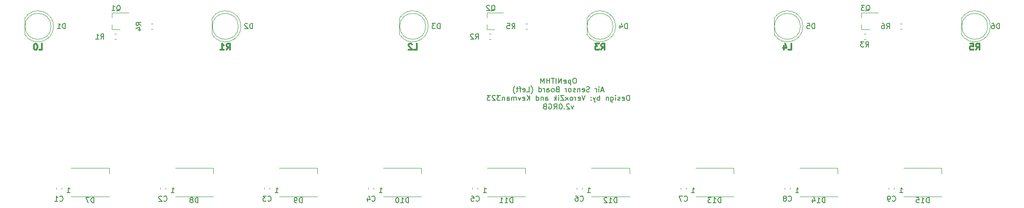
<source format=gbr>
G04 #@! TF.GenerationSoftware,KiCad,Pcbnew,(5.1.7)-1*
G04 #@! TF.CreationDate,2021-03-22T01:50:01-04:00*
G04 #@! TF.ProjectId,Circuit-AirSensor-Left,43697263-7569-4742-9d41-697253656e73,rev?*
G04 #@! TF.SameCoordinates,Original*
G04 #@! TF.FileFunction,Legend,Bot*
G04 #@! TF.FilePolarity,Positive*
%FSLAX46Y46*%
G04 Gerber Fmt 4.6, Leading zero omitted, Abs format (unit mm)*
G04 Created by KiCad (PCBNEW (5.1.7)-1) date 2021-03-22 01:50:01*
%MOMM*%
%LPD*%
G01*
G04 APERTURE LIST*
%ADD10C,0.300000*%
%ADD11C,0.150000*%
%ADD12C,0.120000*%
G04 APERTURE END LIST*
D10*
X70200000Y-109542857D02*
X70771428Y-109542857D01*
X70771428Y-108342857D01*
X69571428Y-108342857D02*
X69457142Y-108342857D01*
X69342857Y-108400000D01*
X69285714Y-108457142D01*
X69228571Y-108571428D01*
X69171428Y-108800000D01*
X69171428Y-109085714D01*
X69228571Y-109314285D01*
X69285714Y-109428571D01*
X69342857Y-109485714D01*
X69457142Y-109542857D01*
X69571428Y-109542857D01*
X69685714Y-109485714D01*
X69742857Y-109428571D01*
X69800000Y-109314285D01*
X69857142Y-109085714D01*
X69857142Y-108800000D01*
X69800000Y-108571428D01*
X69742857Y-108457142D01*
X69685714Y-108400000D01*
X69571428Y-108342857D01*
D11*
X173214285Y-114977380D02*
X173023809Y-114977380D01*
X172928571Y-115025000D01*
X172833333Y-115120238D01*
X172785714Y-115310714D01*
X172785714Y-115644047D01*
X172833333Y-115834523D01*
X172928571Y-115929761D01*
X173023809Y-115977380D01*
X173214285Y-115977380D01*
X173309523Y-115929761D01*
X173404761Y-115834523D01*
X173452380Y-115644047D01*
X173452380Y-115310714D01*
X173404761Y-115120238D01*
X173309523Y-115025000D01*
X173214285Y-114977380D01*
X172357142Y-115310714D02*
X172357142Y-116310714D01*
X172357142Y-115358333D02*
X172261904Y-115310714D01*
X172071428Y-115310714D01*
X171976190Y-115358333D01*
X171928571Y-115405952D01*
X171880952Y-115501190D01*
X171880952Y-115786904D01*
X171928571Y-115882142D01*
X171976190Y-115929761D01*
X172071428Y-115977380D01*
X172261904Y-115977380D01*
X172357142Y-115929761D01*
X171071428Y-115929761D02*
X171166666Y-115977380D01*
X171357142Y-115977380D01*
X171452380Y-115929761D01*
X171500000Y-115834523D01*
X171500000Y-115453571D01*
X171452380Y-115358333D01*
X171357142Y-115310714D01*
X171166666Y-115310714D01*
X171071428Y-115358333D01*
X171023809Y-115453571D01*
X171023809Y-115548809D01*
X171500000Y-115644047D01*
X170595238Y-115977380D02*
X170595238Y-114977380D01*
X170023809Y-115977380D01*
X170023809Y-114977380D01*
X169547619Y-115977380D02*
X169547619Y-114977380D01*
X169214285Y-114977380D02*
X168642857Y-114977380D01*
X168928571Y-115977380D02*
X168928571Y-114977380D01*
X168309523Y-115977380D02*
X168309523Y-114977380D01*
X168309523Y-115453571D02*
X167738095Y-115453571D01*
X167738095Y-115977380D02*
X167738095Y-114977380D01*
X167261904Y-115977380D02*
X167261904Y-114977380D01*
X166928571Y-115691666D01*
X166595238Y-114977380D01*
X166595238Y-115977380D01*
X178690476Y-117341666D02*
X178214285Y-117341666D01*
X178785714Y-117627380D02*
X178452380Y-116627380D01*
X178119047Y-117627380D01*
X177785714Y-117627380D02*
X177785714Y-116960714D01*
X177785714Y-116627380D02*
X177833333Y-116675000D01*
X177785714Y-116722619D01*
X177738095Y-116675000D01*
X177785714Y-116627380D01*
X177785714Y-116722619D01*
X177309523Y-117627380D02*
X177309523Y-116960714D01*
X177309523Y-117151190D02*
X177261904Y-117055952D01*
X177214285Y-117008333D01*
X177119047Y-116960714D01*
X177023809Y-116960714D01*
X175976190Y-117579761D02*
X175833333Y-117627380D01*
X175595238Y-117627380D01*
X175500000Y-117579761D01*
X175452380Y-117532142D01*
X175404761Y-117436904D01*
X175404761Y-117341666D01*
X175452380Y-117246428D01*
X175500000Y-117198809D01*
X175595238Y-117151190D01*
X175785714Y-117103571D01*
X175880952Y-117055952D01*
X175928571Y-117008333D01*
X175976190Y-116913095D01*
X175976190Y-116817857D01*
X175928571Y-116722619D01*
X175880952Y-116675000D01*
X175785714Y-116627380D01*
X175547619Y-116627380D01*
X175404761Y-116675000D01*
X174595238Y-117579761D02*
X174690476Y-117627380D01*
X174880952Y-117627380D01*
X174976190Y-117579761D01*
X175023809Y-117484523D01*
X175023809Y-117103571D01*
X174976190Y-117008333D01*
X174880952Y-116960714D01*
X174690476Y-116960714D01*
X174595238Y-117008333D01*
X174547619Y-117103571D01*
X174547619Y-117198809D01*
X175023809Y-117294047D01*
X174119047Y-116960714D02*
X174119047Y-117627380D01*
X174119047Y-117055952D02*
X174071428Y-117008333D01*
X173976190Y-116960714D01*
X173833333Y-116960714D01*
X173738095Y-117008333D01*
X173690476Y-117103571D01*
X173690476Y-117627380D01*
X173261904Y-117579761D02*
X173166666Y-117627380D01*
X172976190Y-117627380D01*
X172880952Y-117579761D01*
X172833333Y-117484523D01*
X172833333Y-117436904D01*
X172880952Y-117341666D01*
X172976190Y-117294047D01*
X173119047Y-117294047D01*
X173214285Y-117246428D01*
X173261904Y-117151190D01*
X173261904Y-117103571D01*
X173214285Y-117008333D01*
X173119047Y-116960714D01*
X172976190Y-116960714D01*
X172880952Y-117008333D01*
X172261904Y-117627380D02*
X172357142Y-117579761D01*
X172404761Y-117532142D01*
X172452380Y-117436904D01*
X172452380Y-117151190D01*
X172404761Y-117055952D01*
X172357142Y-117008333D01*
X172261904Y-116960714D01*
X172119047Y-116960714D01*
X172023809Y-117008333D01*
X171976190Y-117055952D01*
X171928571Y-117151190D01*
X171928571Y-117436904D01*
X171976190Y-117532142D01*
X172023809Y-117579761D01*
X172119047Y-117627380D01*
X172261904Y-117627380D01*
X171500000Y-117627380D02*
X171500000Y-116960714D01*
X171500000Y-117151190D02*
X171452380Y-117055952D01*
X171404761Y-117008333D01*
X171309523Y-116960714D01*
X171214285Y-116960714D01*
X169785714Y-117103571D02*
X169642857Y-117151190D01*
X169595238Y-117198809D01*
X169547619Y-117294047D01*
X169547619Y-117436904D01*
X169595238Y-117532142D01*
X169642857Y-117579761D01*
X169738095Y-117627380D01*
X170119047Y-117627380D01*
X170119047Y-116627380D01*
X169785714Y-116627380D01*
X169690476Y-116675000D01*
X169642857Y-116722619D01*
X169595238Y-116817857D01*
X169595238Y-116913095D01*
X169642857Y-117008333D01*
X169690476Y-117055952D01*
X169785714Y-117103571D01*
X170119047Y-117103571D01*
X168976190Y-117627380D02*
X169071428Y-117579761D01*
X169119047Y-117532142D01*
X169166666Y-117436904D01*
X169166666Y-117151190D01*
X169119047Y-117055952D01*
X169071428Y-117008333D01*
X168976190Y-116960714D01*
X168833333Y-116960714D01*
X168738095Y-117008333D01*
X168690476Y-117055952D01*
X168642857Y-117151190D01*
X168642857Y-117436904D01*
X168690476Y-117532142D01*
X168738095Y-117579761D01*
X168833333Y-117627380D01*
X168976190Y-117627380D01*
X167785714Y-117627380D02*
X167785714Y-117103571D01*
X167833333Y-117008333D01*
X167928571Y-116960714D01*
X168119047Y-116960714D01*
X168214285Y-117008333D01*
X167785714Y-117579761D02*
X167880952Y-117627380D01*
X168119047Y-117627380D01*
X168214285Y-117579761D01*
X168261904Y-117484523D01*
X168261904Y-117389285D01*
X168214285Y-117294047D01*
X168119047Y-117246428D01*
X167880952Y-117246428D01*
X167785714Y-117198809D01*
X167309523Y-117627380D02*
X167309523Y-116960714D01*
X167309523Y-117151190D02*
X167261904Y-117055952D01*
X167214285Y-117008333D01*
X167119047Y-116960714D01*
X167023809Y-116960714D01*
X166261904Y-117627380D02*
X166261904Y-116627380D01*
X166261904Y-117579761D02*
X166357142Y-117627380D01*
X166547619Y-117627380D01*
X166642857Y-117579761D01*
X166690476Y-117532142D01*
X166738095Y-117436904D01*
X166738095Y-117151190D01*
X166690476Y-117055952D01*
X166642857Y-117008333D01*
X166547619Y-116960714D01*
X166357142Y-116960714D01*
X166261904Y-117008333D01*
X164738095Y-118008333D02*
X164785714Y-117960714D01*
X164880952Y-117817857D01*
X164928571Y-117722619D01*
X164976190Y-117579761D01*
X165023809Y-117341666D01*
X165023809Y-117151190D01*
X164976190Y-116913095D01*
X164928571Y-116770238D01*
X164880952Y-116675000D01*
X164785714Y-116532142D01*
X164738095Y-116484523D01*
X163880952Y-117627380D02*
X164357142Y-117627380D01*
X164357142Y-116627380D01*
X163166666Y-117579761D02*
X163261904Y-117627380D01*
X163452380Y-117627380D01*
X163547619Y-117579761D01*
X163595238Y-117484523D01*
X163595238Y-117103571D01*
X163547619Y-117008333D01*
X163452380Y-116960714D01*
X163261904Y-116960714D01*
X163166666Y-117008333D01*
X163119047Y-117103571D01*
X163119047Y-117198809D01*
X163595238Y-117294047D01*
X162833333Y-116960714D02*
X162452380Y-116960714D01*
X162690476Y-117627380D02*
X162690476Y-116770238D01*
X162642857Y-116675000D01*
X162547619Y-116627380D01*
X162452380Y-116627380D01*
X162261904Y-116960714D02*
X161880952Y-116960714D01*
X162119047Y-116627380D02*
X162119047Y-117484523D01*
X162071428Y-117579761D01*
X161976190Y-117627380D01*
X161880952Y-117627380D01*
X161642857Y-118008333D02*
X161595238Y-117960714D01*
X161500000Y-117817857D01*
X161452380Y-117722619D01*
X161404761Y-117579761D01*
X161357142Y-117341666D01*
X161357142Y-117151190D01*
X161404761Y-116913095D01*
X161452380Y-116770238D01*
X161500000Y-116675000D01*
X161595238Y-116532142D01*
X161642857Y-116484523D01*
X183642857Y-119277380D02*
X183642857Y-118277380D01*
X183404761Y-118277380D01*
X183261904Y-118325000D01*
X183166666Y-118420238D01*
X183119047Y-118515476D01*
X183071428Y-118705952D01*
X183071428Y-118848809D01*
X183119047Y-119039285D01*
X183166666Y-119134523D01*
X183261904Y-119229761D01*
X183404761Y-119277380D01*
X183642857Y-119277380D01*
X182261904Y-119229761D02*
X182357142Y-119277380D01*
X182547619Y-119277380D01*
X182642857Y-119229761D01*
X182690476Y-119134523D01*
X182690476Y-118753571D01*
X182642857Y-118658333D01*
X182547619Y-118610714D01*
X182357142Y-118610714D01*
X182261904Y-118658333D01*
X182214285Y-118753571D01*
X182214285Y-118848809D01*
X182690476Y-118944047D01*
X181833333Y-119229761D02*
X181738095Y-119277380D01*
X181547619Y-119277380D01*
X181452380Y-119229761D01*
X181404761Y-119134523D01*
X181404761Y-119086904D01*
X181452380Y-118991666D01*
X181547619Y-118944047D01*
X181690476Y-118944047D01*
X181785714Y-118896428D01*
X181833333Y-118801190D01*
X181833333Y-118753571D01*
X181785714Y-118658333D01*
X181690476Y-118610714D01*
X181547619Y-118610714D01*
X181452380Y-118658333D01*
X180976190Y-119277380D02*
X180976190Y-118610714D01*
X180976190Y-118277380D02*
X181023809Y-118325000D01*
X180976190Y-118372619D01*
X180928571Y-118325000D01*
X180976190Y-118277380D01*
X180976190Y-118372619D01*
X180071428Y-118610714D02*
X180071428Y-119420238D01*
X180119047Y-119515476D01*
X180166666Y-119563095D01*
X180261904Y-119610714D01*
X180404761Y-119610714D01*
X180500000Y-119563095D01*
X180071428Y-119229761D02*
X180166666Y-119277380D01*
X180357142Y-119277380D01*
X180452380Y-119229761D01*
X180500000Y-119182142D01*
X180547619Y-119086904D01*
X180547619Y-118801190D01*
X180500000Y-118705952D01*
X180452380Y-118658333D01*
X180357142Y-118610714D01*
X180166666Y-118610714D01*
X180071428Y-118658333D01*
X179595238Y-118610714D02*
X179595238Y-119277380D01*
X179595238Y-118705952D02*
X179547619Y-118658333D01*
X179452380Y-118610714D01*
X179309523Y-118610714D01*
X179214285Y-118658333D01*
X179166666Y-118753571D01*
X179166666Y-119277380D01*
X177928571Y-119277380D02*
X177928571Y-118277380D01*
X177928571Y-118658333D02*
X177833333Y-118610714D01*
X177642857Y-118610714D01*
X177547619Y-118658333D01*
X177500000Y-118705952D01*
X177452380Y-118801190D01*
X177452380Y-119086904D01*
X177500000Y-119182142D01*
X177547619Y-119229761D01*
X177642857Y-119277380D01*
X177833333Y-119277380D01*
X177928571Y-119229761D01*
X177119047Y-118610714D02*
X176880952Y-119277380D01*
X176642857Y-118610714D02*
X176880952Y-119277380D01*
X176976190Y-119515476D01*
X177023809Y-119563095D01*
X177119047Y-119610714D01*
X176261904Y-119182142D02*
X176214285Y-119229761D01*
X176261904Y-119277380D01*
X176309523Y-119229761D01*
X176261904Y-119182142D01*
X176261904Y-119277380D01*
X176261904Y-118658333D02*
X176214285Y-118705952D01*
X176261904Y-118753571D01*
X176309523Y-118705952D01*
X176261904Y-118658333D01*
X176261904Y-118753571D01*
X175166666Y-118277380D02*
X174833333Y-119277380D01*
X174500000Y-118277380D01*
X173785714Y-119229761D02*
X173880952Y-119277380D01*
X174071428Y-119277380D01*
X174166666Y-119229761D01*
X174214285Y-119134523D01*
X174214285Y-118753571D01*
X174166666Y-118658333D01*
X174071428Y-118610714D01*
X173880952Y-118610714D01*
X173785714Y-118658333D01*
X173738095Y-118753571D01*
X173738095Y-118848809D01*
X174214285Y-118944047D01*
X173309523Y-119277380D02*
X173309523Y-118610714D01*
X173309523Y-118801190D02*
X173261904Y-118705952D01*
X173214285Y-118658333D01*
X173119047Y-118610714D01*
X173023809Y-118610714D01*
X172547619Y-119277380D02*
X172642857Y-119229761D01*
X172690476Y-119182142D01*
X172738095Y-119086904D01*
X172738095Y-118801190D01*
X172690476Y-118705952D01*
X172642857Y-118658333D01*
X172547619Y-118610714D01*
X172404761Y-118610714D01*
X172309523Y-118658333D01*
X172261904Y-118705952D01*
X172214285Y-118801190D01*
X172214285Y-119086904D01*
X172261904Y-119182142D01*
X172309523Y-119229761D01*
X172404761Y-119277380D01*
X172547619Y-119277380D01*
X171880952Y-119277380D02*
X171357142Y-118610714D01*
X171880952Y-118610714D02*
X171357142Y-119277380D01*
X171071428Y-118277380D02*
X170404761Y-118277380D01*
X171071428Y-119277380D01*
X170404761Y-119277380D01*
X170023809Y-119277380D02*
X170023809Y-118610714D01*
X170023809Y-118277380D02*
X170071428Y-118325000D01*
X170023809Y-118372619D01*
X169976190Y-118325000D01*
X170023809Y-118277380D01*
X170023809Y-118372619D01*
X169547619Y-119277380D02*
X169547619Y-118277380D01*
X169452380Y-118896428D02*
X169166666Y-119277380D01*
X169166666Y-118610714D02*
X169547619Y-118991666D01*
X167547619Y-119277380D02*
X167547619Y-118753571D01*
X167595238Y-118658333D01*
X167690476Y-118610714D01*
X167880952Y-118610714D01*
X167976190Y-118658333D01*
X167547619Y-119229761D02*
X167642857Y-119277380D01*
X167880952Y-119277380D01*
X167976190Y-119229761D01*
X168023809Y-119134523D01*
X168023809Y-119039285D01*
X167976190Y-118944047D01*
X167880952Y-118896428D01*
X167642857Y-118896428D01*
X167547619Y-118848809D01*
X167071428Y-118610714D02*
X167071428Y-119277380D01*
X167071428Y-118705952D02*
X167023809Y-118658333D01*
X166928571Y-118610714D01*
X166785714Y-118610714D01*
X166690476Y-118658333D01*
X166642857Y-118753571D01*
X166642857Y-119277380D01*
X165738095Y-119277380D02*
X165738095Y-118277380D01*
X165738095Y-119229761D02*
X165833333Y-119277380D01*
X166023809Y-119277380D01*
X166119047Y-119229761D01*
X166166666Y-119182142D01*
X166214285Y-119086904D01*
X166214285Y-118801190D01*
X166166666Y-118705952D01*
X166119047Y-118658333D01*
X166023809Y-118610714D01*
X165833333Y-118610714D01*
X165738095Y-118658333D01*
X164500000Y-119277380D02*
X164500000Y-118277380D01*
X163928571Y-119277380D02*
X164357142Y-118705952D01*
X163928571Y-118277380D02*
X164500000Y-118848809D01*
X163119047Y-119229761D02*
X163214285Y-119277380D01*
X163404761Y-119277380D01*
X163500000Y-119229761D01*
X163547619Y-119134523D01*
X163547619Y-118753571D01*
X163500000Y-118658333D01*
X163404761Y-118610714D01*
X163214285Y-118610714D01*
X163119047Y-118658333D01*
X163071428Y-118753571D01*
X163071428Y-118848809D01*
X163547619Y-118944047D01*
X162738095Y-118610714D02*
X162500000Y-119277380D01*
X162261904Y-118610714D01*
X161880952Y-119277380D02*
X161880952Y-118610714D01*
X161880952Y-118705952D02*
X161833333Y-118658333D01*
X161738095Y-118610714D01*
X161595238Y-118610714D01*
X161500000Y-118658333D01*
X161452380Y-118753571D01*
X161452380Y-119277380D01*
X161452380Y-118753571D02*
X161404761Y-118658333D01*
X161309523Y-118610714D01*
X161166666Y-118610714D01*
X161071428Y-118658333D01*
X161023809Y-118753571D01*
X161023809Y-119277380D01*
X160119047Y-119277380D02*
X160119047Y-118753571D01*
X160166666Y-118658333D01*
X160261904Y-118610714D01*
X160452380Y-118610714D01*
X160547619Y-118658333D01*
X160119047Y-119229761D02*
X160214285Y-119277380D01*
X160452380Y-119277380D01*
X160547619Y-119229761D01*
X160595238Y-119134523D01*
X160595238Y-119039285D01*
X160547619Y-118944047D01*
X160452380Y-118896428D01*
X160214285Y-118896428D01*
X160119047Y-118848809D01*
X159642857Y-118610714D02*
X159642857Y-119277380D01*
X159642857Y-118705952D02*
X159595238Y-118658333D01*
X159500000Y-118610714D01*
X159357142Y-118610714D01*
X159261904Y-118658333D01*
X159214285Y-118753571D01*
X159214285Y-119277380D01*
X158833333Y-118277380D02*
X158214285Y-118277380D01*
X158547619Y-118658333D01*
X158404761Y-118658333D01*
X158309523Y-118705952D01*
X158261904Y-118753571D01*
X158214285Y-118848809D01*
X158214285Y-119086904D01*
X158261904Y-119182142D01*
X158309523Y-119229761D01*
X158404761Y-119277380D01*
X158690476Y-119277380D01*
X158785714Y-119229761D01*
X158833333Y-119182142D01*
X157833333Y-118372619D02*
X157785714Y-118325000D01*
X157690476Y-118277380D01*
X157452380Y-118277380D01*
X157357142Y-118325000D01*
X157309523Y-118372619D01*
X157261904Y-118467857D01*
X157261904Y-118563095D01*
X157309523Y-118705952D01*
X157880952Y-119277380D01*
X157261904Y-119277380D01*
X156928571Y-118277380D02*
X156309523Y-118277380D01*
X156642857Y-118658333D01*
X156500000Y-118658333D01*
X156404761Y-118705952D01*
X156357142Y-118753571D01*
X156309523Y-118848809D01*
X156309523Y-119086904D01*
X156357142Y-119182142D01*
X156404761Y-119229761D01*
X156500000Y-119277380D01*
X156785714Y-119277380D01*
X156880952Y-119229761D01*
X156928571Y-119182142D01*
X172928571Y-120260714D02*
X172690476Y-120927380D01*
X172452380Y-120260714D01*
X172119047Y-120022619D02*
X172071428Y-119975000D01*
X171976190Y-119927380D01*
X171738095Y-119927380D01*
X171642857Y-119975000D01*
X171595238Y-120022619D01*
X171547619Y-120117857D01*
X171547619Y-120213095D01*
X171595238Y-120355952D01*
X172166666Y-120927380D01*
X171547619Y-120927380D01*
X171119047Y-120832142D02*
X171071428Y-120879761D01*
X171119047Y-120927380D01*
X171166666Y-120879761D01*
X171119047Y-120832142D01*
X171119047Y-120927380D01*
X170452380Y-119927380D02*
X170357142Y-119927380D01*
X170261904Y-119975000D01*
X170214285Y-120022619D01*
X170166666Y-120117857D01*
X170119047Y-120308333D01*
X170119047Y-120546428D01*
X170166666Y-120736904D01*
X170214285Y-120832142D01*
X170261904Y-120879761D01*
X170357142Y-120927380D01*
X170452380Y-120927380D01*
X170547619Y-120879761D01*
X170595238Y-120832142D01*
X170642857Y-120736904D01*
X170690476Y-120546428D01*
X170690476Y-120308333D01*
X170642857Y-120117857D01*
X170595238Y-120022619D01*
X170547619Y-119975000D01*
X170452380Y-119927380D01*
X169119047Y-120927380D02*
X169452380Y-120451190D01*
X169690476Y-120927380D02*
X169690476Y-119927380D01*
X169309523Y-119927380D01*
X169214285Y-119975000D01*
X169166666Y-120022619D01*
X169119047Y-120117857D01*
X169119047Y-120260714D01*
X169166666Y-120355952D01*
X169214285Y-120403571D01*
X169309523Y-120451190D01*
X169690476Y-120451190D01*
X168166666Y-119975000D02*
X168261904Y-119927380D01*
X168404761Y-119927380D01*
X168547619Y-119975000D01*
X168642857Y-120070238D01*
X168690476Y-120165476D01*
X168738095Y-120355952D01*
X168738095Y-120498809D01*
X168690476Y-120689285D01*
X168642857Y-120784523D01*
X168547619Y-120879761D01*
X168404761Y-120927380D01*
X168309523Y-120927380D01*
X168166666Y-120879761D01*
X168119047Y-120832142D01*
X168119047Y-120498809D01*
X168309523Y-120498809D01*
X167357142Y-120403571D02*
X167214285Y-120451190D01*
X167166666Y-120498809D01*
X167119047Y-120594047D01*
X167119047Y-120736904D01*
X167166666Y-120832142D01*
X167214285Y-120879761D01*
X167309523Y-120927380D01*
X167690476Y-120927380D01*
X167690476Y-119927380D01*
X167357142Y-119927380D01*
X167261904Y-119975000D01*
X167214285Y-120022619D01*
X167166666Y-120117857D01*
X167166666Y-120213095D01*
X167214285Y-120308333D01*
X167261904Y-120355952D01*
X167357142Y-120403571D01*
X167690476Y-120403571D01*
D10*
X142200000Y-109542857D02*
X142771428Y-109542857D01*
X142771428Y-108342857D01*
X141857142Y-108457142D02*
X141800000Y-108400000D01*
X141685714Y-108342857D01*
X141400000Y-108342857D01*
X141285714Y-108400000D01*
X141228571Y-108457142D01*
X141171428Y-108571428D01*
X141171428Y-108685714D01*
X141228571Y-108857142D01*
X141914285Y-109542857D01*
X141171428Y-109542857D01*
X250200000Y-109542857D02*
X250600000Y-108971428D01*
X250885714Y-109542857D02*
X250885714Y-108342857D01*
X250428571Y-108342857D01*
X250314285Y-108400000D01*
X250257142Y-108457142D01*
X250200000Y-108571428D01*
X250200000Y-108742857D01*
X250257142Y-108857142D01*
X250314285Y-108914285D01*
X250428571Y-108971428D01*
X250885714Y-108971428D01*
X249114285Y-108342857D02*
X249685714Y-108342857D01*
X249742857Y-108914285D01*
X249685714Y-108857142D01*
X249571428Y-108800000D01*
X249285714Y-108800000D01*
X249171428Y-108857142D01*
X249114285Y-108914285D01*
X249057142Y-109028571D01*
X249057142Y-109314285D01*
X249114285Y-109428571D01*
X249171428Y-109485714D01*
X249285714Y-109542857D01*
X249571428Y-109542857D01*
X249685714Y-109485714D01*
X249742857Y-109428571D01*
X214200000Y-109542857D02*
X214771428Y-109542857D01*
X214771428Y-108342857D01*
X213285714Y-108742857D02*
X213285714Y-109542857D01*
X213571428Y-108285714D02*
X213857142Y-109142857D01*
X213114285Y-109142857D01*
X178200000Y-109542857D02*
X178600000Y-108971428D01*
X178885714Y-109542857D02*
X178885714Y-108342857D01*
X178428571Y-108342857D01*
X178314285Y-108400000D01*
X178257142Y-108457142D01*
X178200000Y-108571428D01*
X178200000Y-108742857D01*
X178257142Y-108857142D01*
X178314285Y-108914285D01*
X178428571Y-108971428D01*
X178885714Y-108971428D01*
X177800000Y-108342857D02*
X177057142Y-108342857D01*
X177457142Y-108800000D01*
X177285714Y-108800000D01*
X177171428Y-108857142D01*
X177114285Y-108914285D01*
X177057142Y-109028571D01*
X177057142Y-109314285D01*
X177114285Y-109428571D01*
X177171428Y-109485714D01*
X177285714Y-109542857D01*
X177628571Y-109542857D01*
X177742857Y-109485714D01*
X177800000Y-109428571D01*
X106200000Y-109542857D02*
X106600000Y-108971428D01*
X106885714Y-109542857D02*
X106885714Y-108342857D01*
X106428571Y-108342857D01*
X106314285Y-108400000D01*
X106257142Y-108457142D01*
X106200000Y-108571428D01*
X106200000Y-108742857D01*
X106257142Y-108857142D01*
X106314285Y-108914285D01*
X106428571Y-108971428D01*
X106885714Y-108971428D01*
X105057142Y-109542857D02*
X105742857Y-109542857D01*
X105400000Y-109542857D02*
X105400000Y-108342857D01*
X105514285Y-108514285D01*
X105628571Y-108628571D01*
X105742857Y-108685714D01*
D12*
X216350000Y-137750000D02*
X223650000Y-137750000D01*
X216350000Y-132250000D02*
X223650000Y-132250000D01*
X223650000Y-132250000D02*
X223650000Y-133400000D01*
X233490000Y-136365580D02*
X233490000Y-136084420D01*
X234510000Y-136365580D02*
X234510000Y-136084420D01*
X214510000Y-136365580D02*
X214510000Y-136084420D01*
X213490000Y-136365580D02*
X213490000Y-136084420D01*
X193490000Y-136365580D02*
X193490000Y-136084420D01*
X194510000Y-136365580D02*
X194510000Y-136084420D01*
X173490000Y-136365580D02*
X173490000Y-136084420D01*
X174510000Y-136365580D02*
X174510000Y-136084420D01*
X153490000Y-136365580D02*
X153490000Y-136084420D01*
X154510000Y-136365580D02*
X154510000Y-136084420D01*
X133490000Y-136365580D02*
X133490000Y-136084420D01*
X134510000Y-136365580D02*
X134510000Y-136084420D01*
X113490000Y-136365580D02*
X113490000Y-136084420D01*
X114510000Y-136365580D02*
X114510000Y-136084420D01*
X94510000Y-136365580D02*
X94510000Y-136084420D01*
X93490000Y-136365580D02*
X93490000Y-136084420D01*
X73490000Y-136365580D02*
X73490000Y-136084420D01*
X74510000Y-136365580D02*
X74510000Y-136084420D01*
X83650000Y-132250000D02*
X83650000Y-133400000D01*
X76350000Y-132250000D02*
X83650000Y-132250000D01*
X76350000Y-137750000D02*
X83650000Y-137750000D01*
X96350000Y-137750000D02*
X103650000Y-137750000D01*
X96350000Y-132250000D02*
X103650000Y-132250000D01*
X103650000Y-132250000D02*
X103650000Y-133400000D01*
X116350000Y-137750000D02*
X123650000Y-137750000D01*
X116350000Y-132250000D02*
X123650000Y-132250000D01*
X123650000Y-132250000D02*
X123650000Y-133400000D01*
X136350000Y-137750000D02*
X143650000Y-137750000D01*
X136350000Y-132250000D02*
X143650000Y-132250000D01*
X143650000Y-132250000D02*
X143650000Y-133400000D01*
X243650000Y-132250000D02*
X243650000Y-133400000D01*
X236350000Y-132250000D02*
X243650000Y-132250000D01*
X236350000Y-137750000D02*
X243650000Y-137750000D01*
X196350000Y-137750000D02*
X203650000Y-137750000D01*
X196350000Y-132250000D02*
X203650000Y-132250000D01*
X203650000Y-132250000D02*
X203650000Y-133400000D01*
X176350000Y-137750000D02*
X183650000Y-137750000D01*
X176350000Y-132250000D02*
X183650000Y-132250000D01*
X183650000Y-132250000D02*
X183650000Y-133400000D01*
X163650000Y-132250000D02*
X163650000Y-133400000D01*
X156350000Y-132250000D02*
X163650000Y-132250000D01*
X156350000Y-137750000D02*
X163650000Y-137750000D01*
X235703733Y-105510000D02*
X236046267Y-105510000D01*
X235703733Y-104490000D02*
X236046267Y-104490000D01*
X163703733Y-105510000D02*
X164046267Y-105510000D01*
X163703733Y-104490000D02*
X164046267Y-104490000D01*
X91703733Y-105510000D02*
X92046267Y-105510000D01*
X91703733Y-104490000D02*
X92046267Y-104490000D01*
X229046267Y-106490000D02*
X228703733Y-106490000D01*
X229046267Y-107510000D02*
X228703733Y-107510000D01*
X157046267Y-106490000D02*
X156703733Y-106490000D01*
X157046267Y-107510000D02*
X156703733Y-107510000D01*
X85046267Y-106490000D02*
X84703733Y-106490000D01*
X85046267Y-107510000D02*
X84703733Y-107510000D01*
X228240000Y-105580000D02*
X229700000Y-105580000D01*
X228240000Y-102420000D02*
X231400000Y-102420000D01*
X228240000Y-102420000D02*
X228240000Y-103350000D01*
X228240000Y-105580000D02*
X228240000Y-104650000D01*
X156240000Y-105580000D02*
X156240000Y-104650000D01*
X156240000Y-102420000D02*
X156240000Y-103350000D01*
X156240000Y-102420000D02*
X159400000Y-102420000D01*
X156240000Y-105580000D02*
X157700000Y-105580000D01*
X84240000Y-105580000D02*
X85700000Y-105580000D01*
X84240000Y-102420000D02*
X87400000Y-102420000D01*
X84240000Y-102420000D02*
X84240000Y-103350000D01*
X84240000Y-105580000D02*
X84240000Y-104650000D01*
X175440000Y-106545000D02*
X175440000Y-103455000D01*
X180500000Y-105000000D02*
G75*
G03*
X180500000Y-105000000I-2500000J0D01*
G01*
X180990000Y-104999538D02*
G75*
G02*
X175440000Y-106544830I-2990000J-462D01*
G01*
X180990000Y-105000462D02*
G75*
G03*
X175440000Y-103455170I-2990000J462D01*
G01*
X247440000Y-106545000D02*
X247440000Y-103455000D01*
X252500000Y-105000000D02*
G75*
G03*
X252500000Y-105000000I-2500000J0D01*
G01*
X252990000Y-104999538D02*
G75*
G02*
X247440000Y-106544830I-2990000J-462D01*
G01*
X252990000Y-105000462D02*
G75*
G03*
X247440000Y-103455170I-2990000J462D01*
G01*
X211440000Y-106545000D02*
X211440000Y-103455000D01*
X216500000Y-105000000D02*
G75*
G03*
X216500000Y-105000000I-2500000J0D01*
G01*
X216990000Y-104999538D02*
G75*
G02*
X211440000Y-106544830I-2990000J-462D01*
G01*
X216990000Y-105000462D02*
G75*
G03*
X211440000Y-103455170I-2990000J462D01*
G01*
X139440000Y-106545000D02*
X139440000Y-103455000D01*
X144500000Y-105000000D02*
G75*
G03*
X144500000Y-105000000I-2500000J0D01*
G01*
X144990000Y-104999538D02*
G75*
G02*
X139440000Y-106544830I-2990000J-462D01*
G01*
X144990000Y-105000462D02*
G75*
G03*
X139440000Y-103455170I-2990000J462D01*
G01*
X103440000Y-106545000D02*
X103440000Y-103455000D01*
X108500000Y-105000000D02*
G75*
G03*
X108500000Y-105000000I-2500000J0D01*
G01*
X108990000Y-104999538D02*
G75*
G02*
X103440000Y-106544830I-2990000J-462D01*
G01*
X108990000Y-105000462D02*
G75*
G03*
X103440000Y-103455170I-2990000J462D01*
G01*
X67440000Y-106545000D02*
X67440000Y-103455000D01*
X72500000Y-105000000D02*
G75*
G03*
X72500000Y-105000000I-2500000J0D01*
G01*
X72990000Y-104999538D02*
G75*
G02*
X67440000Y-106544830I-2990000J-462D01*
G01*
X72990000Y-105000462D02*
G75*
G03*
X67440000Y-103455170I-2990000J462D01*
G01*
D11*
X221214285Y-138952380D02*
X221214285Y-137952380D01*
X220976190Y-137952380D01*
X220833333Y-138000000D01*
X220738095Y-138095238D01*
X220690476Y-138190476D01*
X220642857Y-138380952D01*
X220642857Y-138523809D01*
X220690476Y-138714285D01*
X220738095Y-138809523D01*
X220833333Y-138904761D01*
X220976190Y-138952380D01*
X221214285Y-138952380D01*
X219690476Y-138952380D02*
X220261904Y-138952380D01*
X219976190Y-138952380D02*
X219976190Y-137952380D01*
X220071428Y-138095238D01*
X220166666Y-138190476D01*
X220261904Y-138238095D01*
X218833333Y-138285714D02*
X218833333Y-138952380D01*
X219071428Y-137904761D02*
X219309523Y-138619047D01*
X218690476Y-138619047D01*
X215564285Y-137052380D02*
X216135714Y-137052380D01*
X215850000Y-137052380D02*
X215850000Y-136052380D01*
X215945238Y-136195238D01*
X216040476Y-136290476D01*
X216135714Y-136338095D01*
X234166666Y-138582142D02*
X234214285Y-138629761D01*
X234357142Y-138677380D01*
X234452380Y-138677380D01*
X234595238Y-138629761D01*
X234690476Y-138534523D01*
X234738095Y-138439285D01*
X234785714Y-138248809D01*
X234785714Y-138105952D01*
X234738095Y-137915476D01*
X234690476Y-137820238D01*
X234595238Y-137725000D01*
X234452380Y-137677380D01*
X234357142Y-137677380D01*
X234214285Y-137725000D01*
X234166666Y-137772619D01*
X233690476Y-138677380D02*
X233500000Y-138677380D01*
X233404761Y-138629761D01*
X233357142Y-138582142D01*
X233261904Y-138439285D01*
X233214285Y-138248809D01*
X233214285Y-137867857D01*
X233261904Y-137772619D01*
X233309523Y-137725000D01*
X233404761Y-137677380D01*
X233595238Y-137677380D01*
X233690476Y-137725000D01*
X233738095Y-137772619D01*
X233785714Y-137867857D01*
X233785714Y-138105952D01*
X233738095Y-138201190D01*
X233690476Y-138248809D01*
X233595238Y-138296428D01*
X233404761Y-138296428D01*
X233309523Y-138248809D01*
X233261904Y-138201190D01*
X233214285Y-138105952D01*
X214166666Y-138582142D02*
X214214285Y-138629761D01*
X214357142Y-138677380D01*
X214452380Y-138677380D01*
X214595238Y-138629761D01*
X214690476Y-138534523D01*
X214738095Y-138439285D01*
X214785714Y-138248809D01*
X214785714Y-138105952D01*
X214738095Y-137915476D01*
X214690476Y-137820238D01*
X214595238Y-137725000D01*
X214452380Y-137677380D01*
X214357142Y-137677380D01*
X214214285Y-137725000D01*
X214166666Y-137772619D01*
X213595238Y-138105952D02*
X213690476Y-138058333D01*
X213738095Y-138010714D01*
X213785714Y-137915476D01*
X213785714Y-137867857D01*
X213738095Y-137772619D01*
X213690476Y-137725000D01*
X213595238Y-137677380D01*
X213404761Y-137677380D01*
X213309523Y-137725000D01*
X213261904Y-137772619D01*
X213214285Y-137867857D01*
X213214285Y-137915476D01*
X213261904Y-138010714D01*
X213309523Y-138058333D01*
X213404761Y-138105952D01*
X213595238Y-138105952D01*
X213690476Y-138153571D01*
X213738095Y-138201190D01*
X213785714Y-138296428D01*
X213785714Y-138486904D01*
X213738095Y-138582142D01*
X213690476Y-138629761D01*
X213595238Y-138677380D01*
X213404761Y-138677380D01*
X213309523Y-138629761D01*
X213261904Y-138582142D01*
X213214285Y-138486904D01*
X213214285Y-138296428D01*
X213261904Y-138201190D01*
X213309523Y-138153571D01*
X213404761Y-138105952D01*
X194166666Y-138582142D02*
X194214285Y-138629761D01*
X194357142Y-138677380D01*
X194452380Y-138677380D01*
X194595238Y-138629761D01*
X194690476Y-138534523D01*
X194738095Y-138439285D01*
X194785714Y-138248809D01*
X194785714Y-138105952D01*
X194738095Y-137915476D01*
X194690476Y-137820238D01*
X194595238Y-137725000D01*
X194452380Y-137677380D01*
X194357142Y-137677380D01*
X194214285Y-137725000D01*
X194166666Y-137772619D01*
X193833333Y-137677380D02*
X193166666Y-137677380D01*
X193595238Y-138677380D01*
X174166666Y-138582142D02*
X174214285Y-138629761D01*
X174357142Y-138677380D01*
X174452380Y-138677380D01*
X174595238Y-138629761D01*
X174690476Y-138534523D01*
X174738095Y-138439285D01*
X174785714Y-138248809D01*
X174785714Y-138105952D01*
X174738095Y-137915476D01*
X174690476Y-137820238D01*
X174595238Y-137725000D01*
X174452380Y-137677380D01*
X174357142Y-137677380D01*
X174214285Y-137725000D01*
X174166666Y-137772619D01*
X173309523Y-137677380D02*
X173500000Y-137677380D01*
X173595238Y-137725000D01*
X173642857Y-137772619D01*
X173738095Y-137915476D01*
X173785714Y-138105952D01*
X173785714Y-138486904D01*
X173738095Y-138582142D01*
X173690476Y-138629761D01*
X173595238Y-138677380D01*
X173404761Y-138677380D01*
X173309523Y-138629761D01*
X173261904Y-138582142D01*
X173214285Y-138486904D01*
X173214285Y-138248809D01*
X173261904Y-138153571D01*
X173309523Y-138105952D01*
X173404761Y-138058333D01*
X173595238Y-138058333D01*
X173690476Y-138105952D01*
X173738095Y-138153571D01*
X173785714Y-138248809D01*
X154166666Y-138582142D02*
X154214285Y-138629761D01*
X154357142Y-138677380D01*
X154452380Y-138677380D01*
X154595238Y-138629761D01*
X154690476Y-138534523D01*
X154738095Y-138439285D01*
X154785714Y-138248809D01*
X154785714Y-138105952D01*
X154738095Y-137915476D01*
X154690476Y-137820238D01*
X154595238Y-137725000D01*
X154452380Y-137677380D01*
X154357142Y-137677380D01*
X154214285Y-137725000D01*
X154166666Y-137772619D01*
X153261904Y-137677380D02*
X153738095Y-137677380D01*
X153785714Y-138153571D01*
X153738095Y-138105952D01*
X153642857Y-138058333D01*
X153404761Y-138058333D01*
X153309523Y-138105952D01*
X153261904Y-138153571D01*
X153214285Y-138248809D01*
X153214285Y-138486904D01*
X153261904Y-138582142D01*
X153309523Y-138629761D01*
X153404761Y-138677380D01*
X153642857Y-138677380D01*
X153738095Y-138629761D01*
X153785714Y-138582142D01*
X134166666Y-138582142D02*
X134214285Y-138629761D01*
X134357142Y-138677380D01*
X134452380Y-138677380D01*
X134595238Y-138629761D01*
X134690476Y-138534523D01*
X134738095Y-138439285D01*
X134785714Y-138248809D01*
X134785714Y-138105952D01*
X134738095Y-137915476D01*
X134690476Y-137820238D01*
X134595238Y-137725000D01*
X134452380Y-137677380D01*
X134357142Y-137677380D01*
X134214285Y-137725000D01*
X134166666Y-137772619D01*
X133309523Y-138010714D02*
X133309523Y-138677380D01*
X133547619Y-137629761D02*
X133785714Y-138344047D01*
X133166666Y-138344047D01*
X114166666Y-138582142D02*
X114214285Y-138629761D01*
X114357142Y-138677380D01*
X114452380Y-138677380D01*
X114595238Y-138629761D01*
X114690476Y-138534523D01*
X114738095Y-138439285D01*
X114785714Y-138248809D01*
X114785714Y-138105952D01*
X114738095Y-137915476D01*
X114690476Y-137820238D01*
X114595238Y-137725000D01*
X114452380Y-137677380D01*
X114357142Y-137677380D01*
X114214285Y-137725000D01*
X114166666Y-137772619D01*
X113833333Y-137677380D02*
X113214285Y-137677380D01*
X113547619Y-138058333D01*
X113404761Y-138058333D01*
X113309523Y-138105952D01*
X113261904Y-138153571D01*
X113214285Y-138248809D01*
X113214285Y-138486904D01*
X113261904Y-138582142D01*
X113309523Y-138629761D01*
X113404761Y-138677380D01*
X113690476Y-138677380D01*
X113785714Y-138629761D01*
X113833333Y-138582142D01*
X94166666Y-138582142D02*
X94214285Y-138629761D01*
X94357142Y-138677380D01*
X94452380Y-138677380D01*
X94595238Y-138629761D01*
X94690476Y-138534523D01*
X94738095Y-138439285D01*
X94785714Y-138248809D01*
X94785714Y-138105952D01*
X94738095Y-137915476D01*
X94690476Y-137820238D01*
X94595238Y-137725000D01*
X94452380Y-137677380D01*
X94357142Y-137677380D01*
X94214285Y-137725000D01*
X94166666Y-137772619D01*
X93785714Y-137772619D02*
X93738095Y-137725000D01*
X93642857Y-137677380D01*
X93404761Y-137677380D01*
X93309523Y-137725000D01*
X93261904Y-137772619D01*
X93214285Y-137867857D01*
X93214285Y-137963095D01*
X93261904Y-138105952D01*
X93833333Y-138677380D01*
X93214285Y-138677380D01*
X74166666Y-138582142D02*
X74214285Y-138629761D01*
X74357142Y-138677380D01*
X74452380Y-138677380D01*
X74595238Y-138629761D01*
X74690476Y-138534523D01*
X74738095Y-138439285D01*
X74785714Y-138248809D01*
X74785714Y-138105952D01*
X74738095Y-137915476D01*
X74690476Y-137820238D01*
X74595238Y-137725000D01*
X74452380Y-137677380D01*
X74357142Y-137677380D01*
X74214285Y-137725000D01*
X74166666Y-137772619D01*
X73214285Y-138677380D02*
X73785714Y-138677380D01*
X73500000Y-138677380D02*
X73500000Y-137677380D01*
X73595238Y-137820238D01*
X73690476Y-137915476D01*
X73785714Y-137963095D01*
X80738095Y-138952380D02*
X80738095Y-137952380D01*
X80500000Y-137952380D01*
X80357142Y-138000000D01*
X80261904Y-138095238D01*
X80214285Y-138190476D01*
X80166666Y-138380952D01*
X80166666Y-138523809D01*
X80214285Y-138714285D01*
X80261904Y-138809523D01*
X80357142Y-138904761D01*
X80500000Y-138952380D01*
X80738095Y-138952380D01*
X79833333Y-137952380D02*
X79166666Y-137952380D01*
X79595238Y-138952380D01*
X75564285Y-137052380D02*
X76135714Y-137052380D01*
X75850000Y-137052380D02*
X75850000Y-136052380D01*
X75945238Y-136195238D01*
X76040476Y-136290476D01*
X76135714Y-136338095D01*
X100738095Y-138952380D02*
X100738095Y-137952380D01*
X100500000Y-137952380D01*
X100357142Y-138000000D01*
X100261904Y-138095238D01*
X100214285Y-138190476D01*
X100166666Y-138380952D01*
X100166666Y-138523809D01*
X100214285Y-138714285D01*
X100261904Y-138809523D01*
X100357142Y-138904761D01*
X100500000Y-138952380D01*
X100738095Y-138952380D01*
X99595238Y-138380952D02*
X99690476Y-138333333D01*
X99738095Y-138285714D01*
X99785714Y-138190476D01*
X99785714Y-138142857D01*
X99738095Y-138047619D01*
X99690476Y-138000000D01*
X99595238Y-137952380D01*
X99404761Y-137952380D01*
X99309523Y-138000000D01*
X99261904Y-138047619D01*
X99214285Y-138142857D01*
X99214285Y-138190476D01*
X99261904Y-138285714D01*
X99309523Y-138333333D01*
X99404761Y-138380952D01*
X99595238Y-138380952D01*
X99690476Y-138428571D01*
X99738095Y-138476190D01*
X99785714Y-138571428D01*
X99785714Y-138761904D01*
X99738095Y-138857142D01*
X99690476Y-138904761D01*
X99595238Y-138952380D01*
X99404761Y-138952380D01*
X99309523Y-138904761D01*
X99261904Y-138857142D01*
X99214285Y-138761904D01*
X99214285Y-138571428D01*
X99261904Y-138476190D01*
X99309523Y-138428571D01*
X99404761Y-138380952D01*
X95564285Y-137052380D02*
X96135714Y-137052380D01*
X95850000Y-137052380D02*
X95850000Y-136052380D01*
X95945238Y-136195238D01*
X96040476Y-136290476D01*
X96135714Y-136338095D01*
X120738095Y-138952380D02*
X120738095Y-137952380D01*
X120500000Y-137952380D01*
X120357142Y-138000000D01*
X120261904Y-138095238D01*
X120214285Y-138190476D01*
X120166666Y-138380952D01*
X120166666Y-138523809D01*
X120214285Y-138714285D01*
X120261904Y-138809523D01*
X120357142Y-138904761D01*
X120500000Y-138952380D01*
X120738095Y-138952380D01*
X119690476Y-138952380D02*
X119500000Y-138952380D01*
X119404761Y-138904761D01*
X119357142Y-138857142D01*
X119261904Y-138714285D01*
X119214285Y-138523809D01*
X119214285Y-138142857D01*
X119261904Y-138047619D01*
X119309523Y-138000000D01*
X119404761Y-137952380D01*
X119595238Y-137952380D01*
X119690476Y-138000000D01*
X119738095Y-138047619D01*
X119785714Y-138142857D01*
X119785714Y-138380952D01*
X119738095Y-138476190D01*
X119690476Y-138523809D01*
X119595238Y-138571428D01*
X119404761Y-138571428D01*
X119309523Y-138523809D01*
X119261904Y-138476190D01*
X119214285Y-138380952D01*
X115564285Y-137052380D02*
X116135714Y-137052380D01*
X115850000Y-137052380D02*
X115850000Y-136052380D01*
X115945238Y-136195238D01*
X116040476Y-136290476D01*
X116135714Y-136338095D01*
X141214285Y-138952380D02*
X141214285Y-137952380D01*
X140976190Y-137952380D01*
X140833333Y-138000000D01*
X140738095Y-138095238D01*
X140690476Y-138190476D01*
X140642857Y-138380952D01*
X140642857Y-138523809D01*
X140690476Y-138714285D01*
X140738095Y-138809523D01*
X140833333Y-138904761D01*
X140976190Y-138952380D01*
X141214285Y-138952380D01*
X139690476Y-138952380D02*
X140261904Y-138952380D01*
X139976190Y-138952380D02*
X139976190Y-137952380D01*
X140071428Y-138095238D01*
X140166666Y-138190476D01*
X140261904Y-138238095D01*
X139071428Y-137952380D02*
X138976190Y-137952380D01*
X138880952Y-138000000D01*
X138833333Y-138047619D01*
X138785714Y-138142857D01*
X138738095Y-138333333D01*
X138738095Y-138571428D01*
X138785714Y-138761904D01*
X138833333Y-138857142D01*
X138880952Y-138904761D01*
X138976190Y-138952380D01*
X139071428Y-138952380D01*
X139166666Y-138904761D01*
X139214285Y-138857142D01*
X139261904Y-138761904D01*
X139309523Y-138571428D01*
X139309523Y-138333333D01*
X139261904Y-138142857D01*
X139214285Y-138047619D01*
X139166666Y-138000000D01*
X139071428Y-137952380D01*
X135564285Y-137052380D02*
X136135714Y-137052380D01*
X135850000Y-137052380D02*
X135850000Y-136052380D01*
X135945238Y-136195238D01*
X136040476Y-136290476D01*
X136135714Y-136338095D01*
X241214285Y-138952380D02*
X241214285Y-137952380D01*
X240976190Y-137952380D01*
X240833333Y-138000000D01*
X240738095Y-138095238D01*
X240690476Y-138190476D01*
X240642857Y-138380952D01*
X240642857Y-138523809D01*
X240690476Y-138714285D01*
X240738095Y-138809523D01*
X240833333Y-138904761D01*
X240976190Y-138952380D01*
X241214285Y-138952380D01*
X239690476Y-138952380D02*
X240261904Y-138952380D01*
X239976190Y-138952380D02*
X239976190Y-137952380D01*
X240071428Y-138095238D01*
X240166666Y-138190476D01*
X240261904Y-138238095D01*
X238785714Y-137952380D02*
X239261904Y-137952380D01*
X239309523Y-138428571D01*
X239261904Y-138380952D01*
X239166666Y-138333333D01*
X238928571Y-138333333D01*
X238833333Y-138380952D01*
X238785714Y-138428571D01*
X238738095Y-138523809D01*
X238738095Y-138761904D01*
X238785714Y-138857142D01*
X238833333Y-138904761D01*
X238928571Y-138952380D01*
X239166666Y-138952380D01*
X239261904Y-138904761D01*
X239309523Y-138857142D01*
X235564285Y-137052380D02*
X236135714Y-137052380D01*
X235850000Y-137052380D02*
X235850000Y-136052380D01*
X235945238Y-136195238D01*
X236040476Y-136290476D01*
X236135714Y-136338095D01*
X201214285Y-138952380D02*
X201214285Y-137952380D01*
X200976190Y-137952380D01*
X200833333Y-138000000D01*
X200738095Y-138095238D01*
X200690476Y-138190476D01*
X200642857Y-138380952D01*
X200642857Y-138523809D01*
X200690476Y-138714285D01*
X200738095Y-138809523D01*
X200833333Y-138904761D01*
X200976190Y-138952380D01*
X201214285Y-138952380D01*
X199690476Y-138952380D02*
X200261904Y-138952380D01*
X199976190Y-138952380D02*
X199976190Y-137952380D01*
X200071428Y-138095238D01*
X200166666Y-138190476D01*
X200261904Y-138238095D01*
X199357142Y-137952380D02*
X198738095Y-137952380D01*
X199071428Y-138333333D01*
X198928571Y-138333333D01*
X198833333Y-138380952D01*
X198785714Y-138428571D01*
X198738095Y-138523809D01*
X198738095Y-138761904D01*
X198785714Y-138857142D01*
X198833333Y-138904761D01*
X198928571Y-138952380D01*
X199214285Y-138952380D01*
X199309523Y-138904761D01*
X199357142Y-138857142D01*
X195564285Y-137052380D02*
X196135714Y-137052380D01*
X195850000Y-137052380D02*
X195850000Y-136052380D01*
X195945238Y-136195238D01*
X196040476Y-136290476D01*
X196135714Y-136338095D01*
X181214285Y-138952380D02*
X181214285Y-137952380D01*
X180976190Y-137952380D01*
X180833333Y-138000000D01*
X180738095Y-138095238D01*
X180690476Y-138190476D01*
X180642857Y-138380952D01*
X180642857Y-138523809D01*
X180690476Y-138714285D01*
X180738095Y-138809523D01*
X180833333Y-138904761D01*
X180976190Y-138952380D01*
X181214285Y-138952380D01*
X179690476Y-138952380D02*
X180261904Y-138952380D01*
X179976190Y-138952380D02*
X179976190Y-137952380D01*
X180071428Y-138095238D01*
X180166666Y-138190476D01*
X180261904Y-138238095D01*
X179309523Y-138047619D02*
X179261904Y-138000000D01*
X179166666Y-137952380D01*
X178928571Y-137952380D01*
X178833333Y-138000000D01*
X178785714Y-138047619D01*
X178738095Y-138142857D01*
X178738095Y-138238095D01*
X178785714Y-138380952D01*
X179357142Y-138952380D01*
X178738095Y-138952380D01*
X175564285Y-137052380D02*
X176135714Y-137052380D01*
X175850000Y-137052380D02*
X175850000Y-136052380D01*
X175945238Y-136195238D01*
X176040476Y-136290476D01*
X176135714Y-136338095D01*
X161214285Y-138952380D02*
X161214285Y-137952380D01*
X160976190Y-137952380D01*
X160833333Y-138000000D01*
X160738095Y-138095238D01*
X160690476Y-138190476D01*
X160642857Y-138380952D01*
X160642857Y-138523809D01*
X160690476Y-138714285D01*
X160738095Y-138809523D01*
X160833333Y-138904761D01*
X160976190Y-138952380D01*
X161214285Y-138952380D01*
X159690476Y-138952380D02*
X160261904Y-138952380D01*
X159976190Y-138952380D02*
X159976190Y-137952380D01*
X160071428Y-138095238D01*
X160166666Y-138190476D01*
X160261904Y-138238095D01*
X158738095Y-138952380D02*
X159309523Y-138952380D01*
X159023809Y-138952380D02*
X159023809Y-137952380D01*
X159119047Y-138095238D01*
X159214285Y-138190476D01*
X159309523Y-138238095D01*
X155564285Y-137052380D02*
X156135714Y-137052380D01*
X155850000Y-137052380D02*
X155850000Y-136052380D01*
X155945238Y-136195238D01*
X156040476Y-136290476D01*
X156135714Y-136338095D01*
X233041666Y-105452380D02*
X233375000Y-104976190D01*
X233613095Y-105452380D02*
X233613095Y-104452380D01*
X233232142Y-104452380D01*
X233136904Y-104500000D01*
X233089285Y-104547619D01*
X233041666Y-104642857D01*
X233041666Y-104785714D01*
X233089285Y-104880952D01*
X233136904Y-104928571D01*
X233232142Y-104976190D01*
X233613095Y-104976190D01*
X232184523Y-104452380D02*
X232375000Y-104452380D01*
X232470238Y-104500000D01*
X232517857Y-104547619D01*
X232613095Y-104690476D01*
X232660714Y-104880952D01*
X232660714Y-105261904D01*
X232613095Y-105357142D01*
X232565476Y-105404761D01*
X232470238Y-105452380D01*
X232279761Y-105452380D01*
X232184523Y-105404761D01*
X232136904Y-105357142D01*
X232089285Y-105261904D01*
X232089285Y-105023809D01*
X232136904Y-104928571D01*
X232184523Y-104880952D01*
X232279761Y-104833333D01*
X232470238Y-104833333D01*
X232565476Y-104880952D01*
X232613095Y-104928571D01*
X232660714Y-105023809D01*
X161041666Y-105452380D02*
X161375000Y-104976190D01*
X161613095Y-105452380D02*
X161613095Y-104452380D01*
X161232142Y-104452380D01*
X161136904Y-104500000D01*
X161089285Y-104547619D01*
X161041666Y-104642857D01*
X161041666Y-104785714D01*
X161089285Y-104880952D01*
X161136904Y-104928571D01*
X161232142Y-104976190D01*
X161613095Y-104976190D01*
X160136904Y-104452380D02*
X160613095Y-104452380D01*
X160660714Y-104928571D01*
X160613095Y-104880952D01*
X160517857Y-104833333D01*
X160279761Y-104833333D01*
X160184523Y-104880952D01*
X160136904Y-104928571D01*
X160089285Y-105023809D01*
X160089285Y-105261904D01*
X160136904Y-105357142D01*
X160184523Y-105404761D01*
X160279761Y-105452380D01*
X160517857Y-105452380D01*
X160613095Y-105404761D01*
X160660714Y-105357142D01*
X89827380Y-104833333D02*
X89351190Y-104500000D01*
X89827380Y-104261904D02*
X88827380Y-104261904D01*
X88827380Y-104642857D01*
X88875000Y-104738095D01*
X88922619Y-104785714D01*
X89017857Y-104833333D01*
X89160714Y-104833333D01*
X89255952Y-104785714D01*
X89303571Y-104738095D01*
X89351190Y-104642857D01*
X89351190Y-104261904D01*
X89160714Y-105690476D02*
X89827380Y-105690476D01*
X88779761Y-105452380D02*
X89494047Y-105214285D01*
X89494047Y-105833333D01*
X229041666Y-108952380D02*
X229375000Y-108476190D01*
X229613095Y-108952380D02*
X229613095Y-107952380D01*
X229232142Y-107952380D01*
X229136904Y-108000000D01*
X229089285Y-108047619D01*
X229041666Y-108142857D01*
X229041666Y-108285714D01*
X229089285Y-108380952D01*
X229136904Y-108428571D01*
X229232142Y-108476190D01*
X229613095Y-108476190D01*
X228708333Y-107952380D02*
X228089285Y-107952380D01*
X228422619Y-108333333D01*
X228279761Y-108333333D01*
X228184523Y-108380952D01*
X228136904Y-108428571D01*
X228089285Y-108523809D01*
X228089285Y-108761904D01*
X228136904Y-108857142D01*
X228184523Y-108904761D01*
X228279761Y-108952380D01*
X228565476Y-108952380D01*
X228660714Y-108904761D01*
X228708333Y-108857142D01*
X154041666Y-107452380D02*
X154375000Y-106976190D01*
X154613095Y-107452380D02*
X154613095Y-106452380D01*
X154232142Y-106452380D01*
X154136904Y-106500000D01*
X154089285Y-106547619D01*
X154041666Y-106642857D01*
X154041666Y-106785714D01*
X154089285Y-106880952D01*
X154136904Y-106928571D01*
X154232142Y-106976190D01*
X154613095Y-106976190D01*
X153660714Y-106547619D02*
X153613095Y-106500000D01*
X153517857Y-106452380D01*
X153279761Y-106452380D01*
X153184523Y-106500000D01*
X153136904Y-106547619D01*
X153089285Y-106642857D01*
X153089285Y-106738095D01*
X153136904Y-106880952D01*
X153708333Y-107452380D01*
X153089285Y-107452380D01*
X82041666Y-107452380D02*
X82375000Y-106976190D01*
X82613095Y-107452380D02*
X82613095Y-106452380D01*
X82232142Y-106452380D01*
X82136904Y-106500000D01*
X82089285Y-106547619D01*
X82041666Y-106642857D01*
X82041666Y-106785714D01*
X82089285Y-106880952D01*
X82136904Y-106928571D01*
X82232142Y-106976190D01*
X82613095Y-106976190D01*
X81089285Y-107452380D02*
X81660714Y-107452380D01*
X81375000Y-107452380D02*
X81375000Y-106452380D01*
X81470238Y-106595238D01*
X81565476Y-106690476D01*
X81660714Y-106738095D01*
X229095238Y-102047619D02*
X229190476Y-102000000D01*
X229285714Y-101904761D01*
X229428571Y-101761904D01*
X229523809Y-101714285D01*
X229619047Y-101714285D01*
X229571428Y-101952380D02*
X229666666Y-101904761D01*
X229761904Y-101809523D01*
X229809523Y-101619047D01*
X229809523Y-101285714D01*
X229761904Y-101095238D01*
X229666666Y-101000000D01*
X229571428Y-100952380D01*
X229380952Y-100952380D01*
X229285714Y-101000000D01*
X229190476Y-101095238D01*
X229142857Y-101285714D01*
X229142857Y-101619047D01*
X229190476Y-101809523D01*
X229285714Y-101904761D01*
X229380952Y-101952380D01*
X229571428Y-101952380D01*
X228809523Y-100952380D02*
X228190476Y-100952380D01*
X228523809Y-101333333D01*
X228380952Y-101333333D01*
X228285714Y-101380952D01*
X228238095Y-101428571D01*
X228190476Y-101523809D01*
X228190476Y-101761904D01*
X228238095Y-101857142D01*
X228285714Y-101904761D01*
X228380952Y-101952380D01*
X228666666Y-101952380D01*
X228761904Y-101904761D01*
X228809523Y-101857142D01*
X157095238Y-102047619D02*
X157190476Y-102000000D01*
X157285714Y-101904761D01*
X157428571Y-101761904D01*
X157523809Y-101714285D01*
X157619047Y-101714285D01*
X157571428Y-101952380D02*
X157666666Y-101904761D01*
X157761904Y-101809523D01*
X157809523Y-101619047D01*
X157809523Y-101285714D01*
X157761904Y-101095238D01*
X157666666Y-101000000D01*
X157571428Y-100952380D01*
X157380952Y-100952380D01*
X157285714Y-101000000D01*
X157190476Y-101095238D01*
X157142857Y-101285714D01*
X157142857Y-101619047D01*
X157190476Y-101809523D01*
X157285714Y-101904761D01*
X157380952Y-101952380D01*
X157571428Y-101952380D01*
X156761904Y-101047619D02*
X156714285Y-101000000D01*
X156619047Y-100952380D01*
X156380952Y-100952380D01*
X156285714Y-101000000D01*
X156238095Y-101047619D01*
X156190476Y-101142857D01*
X156190476Y-101238095D01*
X156238095Y-101380952D01*
X156809523Y-101952380D01*
X156190476Y-101952380D01*
X85095238Y-102047619D02*
X85190476Y-102000000D01*
X85285714Y-101904761D01*
X85428571Y-101761904D01*
X85523809Y-101714285D01*
X85619047Y-101714285D01*
X85571428Y-101952380D02*
X85666666Y-101904761D01*
X85761904Y-101809523D01*
X85809523Y-101619047D01*
X85809523Y-101285714D01*
X85761904Y-101095238D01*
X85666666Y-101000000D01*
X85571428Y-100952380D01*
X85380952Y-100952380D01*
X85285714Y-101000000D01*
X85190476Y-101095238D01*
X85142857Y-101285714D01*
X85142857Y-101619047D01*
X85190476Y-101809523D01*
X85285714Y-101904761D01*
X85380952Y-101952380D01*
X85571428Y-101952380D01*
X84190476Y-101952380D02*
X84761904Y-101952380D01*
X84476190Y-101952380D02*
X84476190Y-100952380D01*
X84571428Y-101095238D01*
X84666666Y-101190476D01*
X84761904Y-101238095D01*
X183238095Y-105452380D02*
X183238095Y-104452380D01*
X183000000Y-104452380D01*
X182857142Y-104500000D01*
X182761904Y-104595238D01*
X182714285Y-104690476D01*
X182666666Y-104880952D01*
X182666666Y-105023809D01*
X182714285Y-105214285D01*
X182761904Y-105309523D01*
X182857142Y-105404761D01*
X183000000Y-105452380D01*
X183238095Y-105452380D01*
X181809523Y-104785714D02*
X181809523Y-105452380D01*
X182047619Y-104404761D02*
X182285714Y-105119047D01*
X181666666Y-105119047D01*
X254738095Y-105452380D02*
X254738095Y-104452380D01*
X254500000Y-104452380D01*
X254357142Y-104500000D01*
X254261904Y-104595238D01*
X254214285Y-104690476D01*
X254166666Y-104880952D01*
X254166666Y-105023809D01*
X254214285Y-105214285D01*
X254261904Y-105309523D01*
X254357142Y-105404761D01*
X254500000Y-105452380D01*
X254738095Y-105452380D01*
X253309523Y-104452380D02*
X253500000Y-104452380D01*
X253595238Y-104500000D01*
X253642857Y-104547619D01*
X253738095Y-104690476D01*
X253785714Y-104880952D01*
X253785714Y-105261904D01*
X253738095Y-105357142D01*
X253690476Y-105404761D01*
X253595238Y-105452380D01*
X253404761Y-105452380D01*
X253309523Y-105404761D01*
X253261904Y-105357142D01*
X253214285Y-105261904D01*
X253214285Y-105023809D01*
X253261904Y-104928571D01*
X253309523Y-104880952D01*
X253404761Y-104833333D01*
X253595238Y-104833333D01*
X253690476Y-104880952D01*
X253738095Y-104928571D01*
X253785714Y-105023809D01*
X219238095Y-105452380D02*
X219238095Y-104452380D01*
X219000000Y-104452380D01*
X218857142Y-104500000D01*
X218761904Y-104595238D01*
X218714285Y-104690476D01*
X218666666Y-104880952D01*
X218666666Y-105023809D01*
X218714285Y-105214285D01*
X218761904Y-105309523D01*
X218857142Y-105404761D01*
X219000000Y-105452380D01*
X219238095Y-105452380D01*
X217761904Y-104452380D02*
X218238095Y-104452380D01*
X218285714Y-104928571D01*
X218238095Y-104880952D01*
X218142857Y-104833333D01*
X217904761Y-104833333D01*
X217809523Y-104880952D01*
X217761904Y-104928571D01*
X217714285Y-105023809D01*
X217714285Y-105261904D01*
X217761904Y-105357142D01*
X217809523Y-105404761D01*
X217904761Y-105452380D01*
X218142857Y-105452380D01*
X218238095Y-105404761D01*
X218285714Y-105357142D01*
X147238095Y-105452380D02*
X147238095Y-104452380D01*
X147000000Y-104452380D01*
X146857142Y-104500000D01*
X146761904Y-104595238D01*
X146714285Y-104690476D01*
X146666666Y-104880952D01*
X146666666Y-105023809D01*
X146714285Y-105214285D01*
X146761904Y-105309523D01*
X146857142Y-105404761D01*
X147000000Y-105452380D01*
X147238095Y-105452380D01*
X146333333Y-104452380D02*
X145714285Y-104452380D01*
X146047619Y-104833333D01*
X145904761Y-104833333D01*
X145809523Y-104880952D01*
X145761904Y-104928571D01*
X145714285Y-105023809D01*
X145714285Y-105261904D01*
X145761904Y-105357142D01*
X145809523Y-105404761D01*
X145904761Y-105452380D01*
X146190476Y-105452380D01*
X146285714Y-105404761D01*
X146333333Y-105357142D01*
X111238095Y-105452380D02*
X111238095Y-104452380D01*
X111000000Y-104452380D01*
X110857142Y-104500000D01*
X110761904Y-104595238D01*
X110714285Y-104690476D01*
X110666666Y-104880952D01*
X110666666Y-105023809D01*
X110714285Y-105214285D01*
X110761904Y-105309523D01*
X110857142Y-105404761D01*
X111000000Y-105452380D01*
X111238095Y-105452380D01*
X110285714Y-104547619D02*
X110238095Y-104500000D01*
X110142857Y-104452380D01*
X109904761Y-104452380D01*
X109809523Y-104500000D01*
X109761904Y-104547619D01*
X109714285Y-104642857D01*
X109714285Y-104738095D01*
X109761904Y-104880952D01*
X110333333Y-105452380D01*
X109714285Y-105452380D01*
X75238095Y-105452380D02*
X75238095Y-104452380D01*
X75000000Y-104452380D01*
X74857142Y-104500000D01*
X74761904Y-104595238D01*
X74714285Y-104690476D01*
X74666666Y-104880952D01*
X74666666Y-105023809D01*
X74714285Y-105214285D01*
X74761904Y-105309523D01*
X74857142Y-105404761D01*
X75000000Y-105452380D01*
X75238095Y-105452380D01*
X73714285Y-105452380D02*
X74285714Y-105452380D01*
X74000000Y-105452380D02*
X74000000Y-104452380D01*
X74095238Y-104595238D01*
X74190476Y-104690476D01*
X74285714Y-104738095D01*
M02*

</source>
